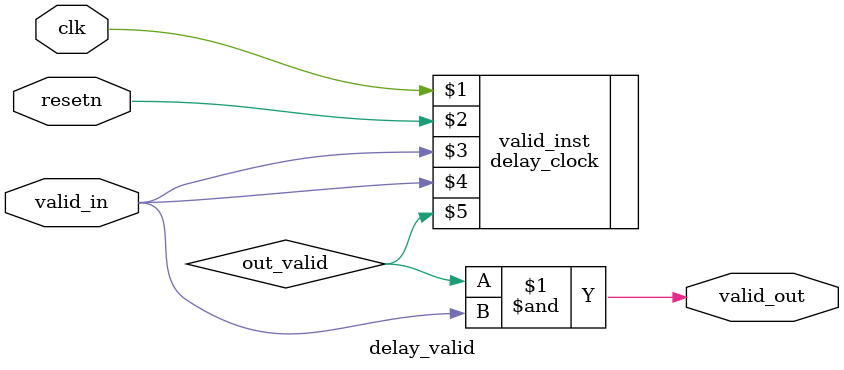
<source format=v>
module delay_valid #(parameter N_CLOCKs = 12) (clk,resetn,valid_in,valid_out);
	
	
	input clk;
	input resetn;
	
	input valid_in;
	output valid_out;
	
    wire out_valid;
    delay_clock #(.DATA_WIDTH(1),.N_CLOCKs(N_CLOCKs)) valid_inst(clk,resetn,valid_in,valid_in,out_valid);

    assign valid_out = out_valid& valid_in;
	

endmodule

</source>
